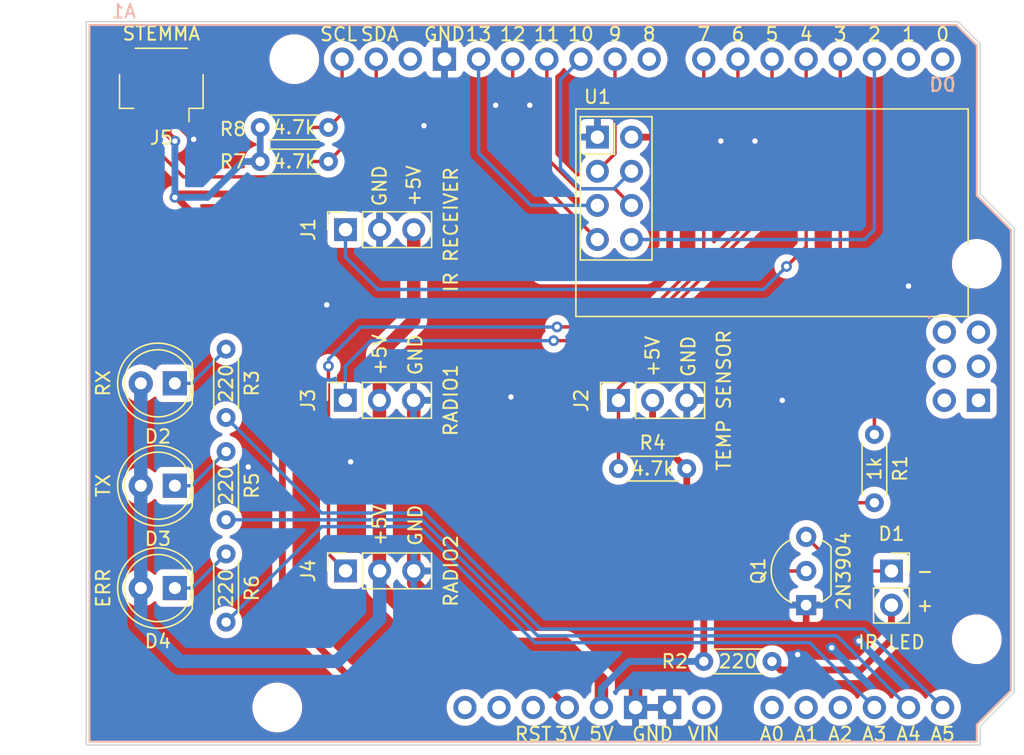
<source format=kicad_pcb>
(kicad_pcb (version 20221018) (generator pcbnew)
  (layers (0 "F.Cu" signal) (31 "B.Cu" signal) (34 "B.Paste" user) (35 "F.Paste" user) (36 "B.SilkS" user "B.Silkscreen") (37 "F.SilkS" user "F.Silkscreen") (38 "B.Mask" user) (39 "F.Mask" user) (44 "Edge.Cuts" user))
  (net 0 "")
  (net 1 "SCL")
  (net 2 "SDA")
  (net 4 "+3.3V")
  (net 5 "+5V")
  (net 6 "GND")
  (net 16 "IRQ")
  (net 17 "IR_OUT")
  (net 18 "IR_IN")
  (net 19 "T_1WR")
  (net 20 "R1_IO")
  (net 21 "R2_IO")
  (net 23 "CE")
  (net 24 "~{CS}")
  (net 25 "SDI")
  (net 26 "SDO")
  (net 27 "SCK")
  (net 29 "Net-(A1-PadA3)")
  (net 30 "Net-(A1-PadA4)")
  (net 31 "Net-(Q1-B)")
  (net 32 "Net-(D1-K)")
  (net 33 "Net-(A1-PadA5)")
  (net 38 "Net-(D2-K)")
  (net 39 "Net-(D3-K)")
  (net 40 "Net-(D4-K)")
  (net 41 "Net-(D1-A)")
  (footprint "Connector_JST:JST_SH_SM04B-SRSS-TB_1x04-1MP_P1.00mm_Horizontal" (layer "F.Cu") (at 70.11 34.895 180)
    (fp_text reference "J5" (at 0 -3.98) (layer "F.SilkS"))
    (fp_text value "STEMMA" (at 0.006 3.78) (layer "F.SilkS"))
    (fp_line (start -3.11 -1.785) (end -2.06 -1.785) (stroke (width 0.12)) (layer "F.SilkS"))
    (fp_line (start -3.11 0.715) (end -3.11 -1.785) (stroke (width 0.12)) (layer "F.SilkS"))
    (fp_line (start -2.06 -1.785) (end -2.06 -2.775) (stroke (width 0.12)) (layer "F.SilkS"))
    (fp_line (start -1.94 2.685) (end 1.94 2.685) (stroke (width 0.12)) (layer "F.SilkS"))
    (fp_line (start 3.11 -1.785) (end 2.06 -1.785) (stroke (width 0.12)) (layer "F.SilkS"))
    (fp_line (start 3.11 0.715) (end 3.11 -1.785) (stroke (width 0.12)) (layer "F.SilkS"))
    (pad "1" smd roundrect (at -1.5 -2 180) (size 0.6 1.55) (layers "F.Cu" "F.Paste" "F.Mask") (net 6 "GND"))
    (pad "2" smd roundrect (at -0.5 -2 180) (size 0.6 1.55) (layers "F.Cu" "F.Paste" "F.Mask") (net 4 "+3.3V"))
    (pad "3" smd roundrect (at 0.5 -2 180) (size 0.6 1.55) (layers "F.Cu" "F.Paste" "F.Mask") (net 2 "SDA"))
    (pad "4" smd roundrect (at 1.5 -2 180) (size 0.6 1.55) (layers "F.Cu" "F.Paste" "F.Mask") (net 1 "SCL"))
    (pad "MP" smd roundrect (at -2.8 1.875 180) (size 1.2 1.8) (layers "F.Cu" "F.Paste" "F.Mask") (roundrect_rratio 0.2083333333))
    (pad "MP" smd roundrect (at 2.8 1.875 180) (size 1.2 1.8) (layers "F.Cu" "F.Paste" "F.Mask") (roundrect_rratio 0.2083333333))
  )
  (footprint "Resistor_THT:R_Axial_DIN0204_L3.6mm_D1.6mm_P5.08mm_Horizontal" (layer "F.Cu") (at 123.19 60.96 -90)
    (fp_text reference "R1" (at 2.54 -1.92 90) (layer "F.SilkS"))
    (fp_text value "1k" (at 2.54 0 90) (layer "F.SilkS"))
    (fp_line (start 0.62 -0.92) (end 4.46 -0.92) (stroke (width 0.12)) (layer "F.SilkS"))
    (fp_line (start 0.62 0.92) (end 4.46 0.92) (stroke (width 0.12)) (layer "F.SilkS"))
    (pad "1" thru_hole circle (at 0 0 270) (size 1.4 1.4) (drill 0.7) (layers "*.Cu" "*.Mask") (net 17 "IR_OUT"))
    (pad "2" thru_hole oval (at 5.08 0 270) (size 1.4 1.4) (drill 0.7) (layers "*.Cu" "*.Mask") (net 31 "Net-(Q1-B)"))
  )
  (footprint "Resistor_THT:R_Axial_DIN0204_L3.6mm_D1.6mm_P5.08mm_Horizontal" (layer "F.Cu") (at 77.47 40.64)
    (fp_text reference "R7" (at -2.032 0) (layer "F.SilkS"))
    (fp_text value "4.7k" (at 2.54 0) (layer "F.SilkS"))
    (fp_line (start 0.62 -0.92) (end 4.46 -0.92) (stroke (width 0.12)) (layer "F.SilkS"))
    (fp_line (start 0.62 0.92) (end 4.46 0.92) (stroke (width 0.12)) (layer "F.SilkS"))
    (pad "1" thru_hole circle (at 0 0) (size 1.4 1.4) (drill 0.7) (layers "*.Cu" "*.Mask") (net 4 "+3.3V"))
    (pad "2" thru_hole oval (at 5.08 0) (size 1.4 1.4) (drill 0.7) (layers "*.Cu" "*.Mask") (net 2 "SDA"))
  )
  (footprint "Connector_PinSocket_2.54mm:PinSocket_1x03_P2.54mm_Vertical" (layer "F.Cu") (at 83.82 45.7125 90)
    (fp_text reference "J1" (at 0 -2.77 90) (layer "F.SilkS"))
    (fp_text value "IR RECEIVER" (at 0 7.85 90) (layer "F.SilkS"))
    (fp_line (start -1.33 1.27) (end -1.33 6.41) (stroke (width 0.12)) (layer "F.SilkS"))
    (fp_line (start -1.33 1.27) (end 1.33 1.27) (stroke (width 0.12)) (layer "F.SilkS"))
    (fp_line (start -1.33 6.41) (end 1.33 6.41) (stroke (width 0.12)) (layer "F.SilkS"))
    (fp_line (start 0 -1.33) (end 1.33 -1.33) (stroke (width 0.12)) (layer "F.SilkS"))
    (fp_line (start 1.33 -1.33) (end 1.33 0) (stroke (width 0.12)) (layer "F.SilkS"))
    (fp_line (start 1.33 1.27) (end 1.33 6.41) (stroke (width 0.12)) (layer "F.SilkS"))
    (pad "1" thru_hole rect (at 0 0 90) (size 1.7 1.7) (drill 1) (layers "*.Cu" "*.Mask") (net 18 "IR_IN"))
    (pad "2" thru_hole oval (at 0 2.54 90) (size 1.7 1.7) (drill 1) (layers "*.Cu" "*.Mask") (net 6 "GND"))
    (pad "3" thru_hole oval (at 0 5.08 90) (size 1.7 1.7) (drill 1) (layers "*.Cu" "*.Mask") (net 5 "+5V"))
  )
  (footprint "Resistor_THT:R_Axial_DIN0204_L3.6mm_D1.6mm_P5.08mm_Horizontal" (layer "F.Cu") (at 77.47 38.1)
    (fp_text reference "R8" (at -2.032 0.127) (layer "F.SilkS"))
    (fp_text value "4.7k" (at 2.54 0) (layer "F.SilkS"))
    (fp_line (start 0.62 -0.92) (end 4.46 -0.92) (stroke (width 0.12)) (layer "F.SilkS"))
    (fp_line (start 0.62 0.92) (end 4.46 0.92) (stroke (width 0.12)) (layer "F.SilkS"))
    (pad "1" thru_hole circle (at 0 0) (size 1.4 1.4) (drill 0.7) (layers "*.Cu" "*.Mask") (net 4 "+3.3V"))
    (pad "2" thru_hole oval (at 5.08 0) (size 1.4 1.4) (drill 0.7) (layers "*.Cu" "*.Mask") (net 1 "SCL"))
  )
  (footprint "Connector_PinSocket_2.54mm:PinSocket_1x03_P2.54mm_Vertical" (layer "F.Cu") (at 104.14 58.42 90)
    (fp_text reference "J2" (at 0 -2.77 90) (layer "F.SilkS"))
    (fp_text value "TEMP SENSOR" (at 0 7.85 90) (layer "F.SilkS"))
    (fp_line (start -1.33 1.27) (end -1.33 6.41) (stroke (width 0.12)) (layer "F.SilkS"))
    (fp_line (start -1.33 1.27) (end 1.33 1.27) (stroke (width 0.12)) (layer "F.SilkS"))
    (fp_line (start -1.33 6.41) (end 1.33 6.41) (stroke (width 0.12)) (layer "F.SilkS"))
    (fp_line (start 0 -1.33) (end 1.33 -1.33) (stroke (width 0.12)) (layer "F.SilkS"))
    (fp_line (start 1.33 -1.33) (end 1.33 0) (stroke (width 0.12)) (layer "F.SilkS"))
    (fp_line (start 1.33 1.27) (end 1.33 6.41) (stroke (width 0.12)) (layer "F.SilkS"))
    (pad "1" thru_hole rect (at 0 0 90) (size 1.7 1.7) (drill 1) (layers "*.Cu" "*.Mask") (net 19 "T_1WR"))
    (pad "2" thru_hole oval (at 0 2.54 90) (size 1.7 1.7) (drill 1) (layers "*.Cu" "*.Mask") (net 5 "+5V"))
    (pad "3" thru_hole oval (at 0 5.08 90) (size 1.7 1.7) (drill 1) (layers "*.Cu" "*.Mask") (net 6 "GND"))
  )
  (footprint "Package_TO_SOT_THT:TO-92_Inline_Wide" (layer "F.Cu") (at 118.11 73.66 90)
    (fp_text reference "Q1" (at 2.54 -3.56 90) (layer "F.SilkS"))
    (fp_text value "2N3904" (at 2.54 2.79 90) (layer "F.SilkS"))
    (fp_line (start 0.74 1.85) (end 4.34 1.85) (stroke (width 0.12)) (layer "F.SilkS"))
    (fp_arc (start 0.1836 -1.098807) (mid 1.143021 -2.192817) (end 2.54 -2.6) (stroke (width 0.12)) (layer "F.SilkS"))
    (fp_arc (start 0.74 1.85) (mid 0.446097 1.509328) (end 0.215816 1.122795) (stroke (width 0.12)) (layer "F.SilkS"))
    (fp_arc (start 2.54 -2.6) (mid 3.936979 -2.192818) (end 4.8964 -1.098807) (stroke (width 0.12)) (layer "F.SilkS"))
    (fp_arc (start 4.864184 1.122795) (mid 4.633903 1.509328) (end 4.34 1.85) (stroke (width 0.12)) (layer "F.SilkS"))
    (pad "1" thru_hole rect (at 0 0 90) (size 1.5 1.5) (drill 0.8) (layers "*.Cu" "*.Mask") (net 6 "GND"))
    (pad "2" thru_hole circle (at 2.54 0 90) (size 1.5 1.5) (drill 0.8) (layers "*.Cu" "*.Mask") (net 31 "Net-(Q1-B)"))
    (pad "3" thru_hole circle (at 5.08 0 90) (size 1.5 1.5) (drill 0.8) (layers "*.Cu" "*.Mask") (net 32 "Net-(D1-K)"))
  )
  (footprint "PCM_arduino-library:Arduino_Uno_R3_Shield" (layer "F.Cu") (at 64.77 83.82)
    (fp_text reference "A1" (at 2.54 -54.356) (layer "B.SilkS") (effects (justify mirror)))
    (fp_text value "Arduino_Uno_R3_Shield")
    (fp_text user "D0" (at 63.5 -48.895 unlocked) (layer "B.SilkS") (effects (justify mirror)))
    (fp_text user "." (at 62.484 -32.004) (layer "B.SilkS"))
    (fp_text user "D0" (at 63.5 -48.895 unlocked) (layer "F.SilkS"))
    (fp_text user "." (at 62.484 -32.004) (layer "F.SilkS"))
    (fp_line (start 0 -53.34) (end 0 0) (stroke (width 0.15)) (layer "B.SilkS"))
    (fp_line (start 0 -53.34) (end 64.516 -53.34) (stroke (width 0.15)) (layer "B.SilkS"))
    (fp_line (start 0 0) (end 66.04 0) (stroke (width 0.15)) (layer "B.SilkS"))
    (fp_line (start 64.516 -53.34) (end 66.04 -51.816) (stroke (width 0.15)) (layer "B.SilkS"))
    (fp_line (start 66.04 -40.64) (end 66.04 -51.816) (stroke (width 0.15)) (layer "B.SilkS"))
    (fp_line (start 66.04 -1.27) (end 68.58 -3.81) (stroke (width 0.15)) (layer "B.SilkS"))
    (fp_line (start 66.04 0) (end 66.04 -1.27) (stroke (width 0.15)) (layer "B.SilkS"))
    (fp_line (start 68.58 -38.1) (end 66.04 -40.64) (stroke (width 0.15)) (layer "B.SilkS"))
    (fp_line (start 68.58 -3.81) (end 68.58 -38.1) (stroke (width 0.15)) (layer "B.SilkS"))
    (pad "" np_thru_hole circle locked (at 13.97 -2.54) (size 3.2 3.2) (drill 3.2) (layers "*.Cu" "*.Mask"))
    (pad "" np_thru_hole circle locked (at 15.24 -50.8) (size 3.2 3.2) (drill 3.2) (layers "*.Cu" "*.Mask"))
    (pad "" thru_hole oval locked (at 27.94 -2.54) (size 1.7272 1.7272) (drill 1.016) (layers "*.Cu" "*.Mask"))
    (pad "" np_thru_hole circle locked (at 66.04 -35.56) (size 3.2 3.2) (drill 3.2) (layers "*.Cu" "*.Mask"))
    (pad "" np_thru_hole circle locked (at 66.04 -7.62) (size 3.2 3.2) (drill 3.2) (layers "*.Cu" "*.Mask"))
    (pad "3V3" thru_hole oval locked (at 35.56 -2.54) (size 1.7272 1.7272) (drill 1.016) (layers "*.Cu" "*.Mask") (net 4 "+3.3V"))
    (pad "5V1" thru_hole oval locked (at 38.1 -2.54) (size 1.7272 1.7272) (drill 1.016) (layers "*.Cu" "*.Mask") (net 5 "+5V"))
    (pad "5V2" thru_hole oval locked (at 66.167 -30.48) (size 1.7272 1.7272) (drill 1.016) (layers "*.Cu" "*.Mask"))
    (pad "A0" thru_hole oval locked (at 50.8 -2.54) (size 1.7272 1.7272) (drill 1.016) (layers "*.Cu" "*.Mask"))
    (pad "A1" thru_hole oval locked (at 53.34 -2.54) (size 1.7272 1.7272) (drill 1.016) (layers "*.Cu" "*.Mask"))
    (pad "A2" thru_hole oval locked (at 55.88 -2.54) (size 1.7272 1.7272) (drill 1.016) (layers "*.Cu" "*.Mask"))
    (pad "A3" thru_hole oval locked (at 58.42 -2.54) (size 1.7272 1.7272) (drill 1.016) (layers "*.Cu" "*.Mask") (net 29 "Net-(A1-PadA3)"))
    (pad "A4" thru_hole oval locked (at 60.96 -2.54) (size 1.7272 1.7272) (drill 1.016) (layers "*.Cu" "*.Mask") (net 30 "Net-(A1-PadA4)"))
    (pad "A5" thru_hole oval locked (at 63.5 -2.54) (size 1.7272 1.7272) (drill 1.016) (layers "*.Cu" "*.Mask") (net 33 "Net-(A1-PadA5)"))
    (pad "AREF" thru_hole oval locked (at 23.876 -50.8) (size 1.7272 1.7272) (drill 1.016) (layers "*.Cu" "*.Mask"))
    (pad "D0" thru_hole oval locked (at 63.5 -50.8) (size 1.7272 1.7272) (drill 1.016) (layers "*.Cu" "*.Mask"))
    (pad "D1" thru_hole oval locked (at 60.96 -50.8) (size 1.7272 1.7272) (drill 1.016) (layers "*.Cu" "*.Mask"))
    (pad "D2" thru_hole oval locked (at 58.42 -50.8) (size 1.7272 1.7272) (drill 1.016) (layers "*.Cu" "*.Mask") (net 16 "IRQ"))
    (pad "D3" thru_hole oval locked (at 55.88 -50.8) (size 1.7272 1.7272) (drill 1.016) (layers "*.Cu" "*.Mask") (net 17 "IR_OUT"))
    (pad "D4" thru_hole oval locked (at 53.34 -50.8) (size 1.7272 1.7272) (drill 1.016) (layers "*.Cu" "*.Mask") (net 18 "IR_IN"))
    (pad "D5" thru_hole oval locked (at 50.8 -50.8) (size 1.7272 1.7272) (drill 1.016) (layers "*.Cu" "*.Mask") (net 19 "T_1WR"))
    (pad "D6" thru_hole oval locked (at 48.26 -50.8) (size 1.7272 1.7272) (drill 1.016) (layers "*.Cu" "*.Mask") (net 20 "R1_IO"))
    (pad "D7" thru_hole oval locked (at 45.72 -50.8) (size 1.7272 1.7272) (drill 1.016) (layers "*.Cu" "*.Mask") (net 21 "R2_IO"))
    (pad "D8" thru_hole oval locked (at 41.656 -50.8) (size 1.7272 1.7272) (drill 1.016) (layers "*.Cu" "*.Mask"))
    (pad "D9" thru_hole oval locked (at 39.116 -50.8) (size 1.7272 1.7272) (drill 1.016) (layers "*.Cu" "*.Mask") (net 23 "CE"))
    (pad "D10" thru_hole oval locked (at 36.576 -50.8) (size 1.7272 1.7272) (drill 1.016) (layers "*.Cu" "*.Mask") (net 24 "~{CS}"))
    (pad "D11" thru_hole oval locked (at 34.036 -50.8) (size 1.7272 1.7272) (drill 1.016) (layers "*.Cu" "*.Mask") (net 25 "SDI"))
    (pad "D12" thru_hole oval locked (at 31.496 -50.8) (size 1.7272 1.7272) (drill 1.016) (layers "*.Cu" "*.Mask") (net 26 "SDO"))
    (pad "D13" thru_hole oval locked (at 28.956 -50.8) (size 1.7272 1.7272) (drill 1.016) (layers "*.Cu" "*.Mask") (net 27 "SCK"))
    (pad "GND1" thru_hole rect locked (at 26.416 -50.8) (size 1.7272 1.7272) (drill 1.016) (layers "*.Cu" "*.Mask") (net 6 "GND"))
    (pad "GND2" thru_hole rect locked (at 40.64 -2.54) (size 1.7272 1.7272) (drill 1.016) (layers "*.Cu" "*.Mask") (net 6 "GND"))
    (pad "GND3" thru_hole rect locked (at 43.18 -2.54) (size 1.7272 1.7272) (drill 1.016) (layers "*.Cu" "*.Mask") (net 6 "GND"))
    (pad "GND4" thru_hole rect locked (at 66.167 -25.4) (size 1.7272 1.7272) (drill 1.016) (layers "*.Cu" "*.Mask"))
    (pad "IORF" thru_hole oval locked (at 30.48 -2.54) (size 1.7272 1.7272) (drill 1.016) (layers "*.Cu" "*.Mask"))
    (pad "MISO" thru_hole oval locked (at 63.627 -30.48) (size 1.7272 1.7272) (drill 1.016) (layers "*.Cu" "*.Mask"))
    (pad "MOSI" thru_hole oval locked (at 66.167 -27.94) (size 1.7272 1.7272) (drill 1.016) (layers "*.Cu" "*.Mask"))
    (pad "RST1" thru_hole oval locked (at 33.02 -2.54) (size 1.7272 1.7272) (drill 1.016) (layers "*.Cu" "*.Mask"))
    (pad "RST2" thru_hole oval locked (at 63.627 -25.4) (size 1.7272 1.7272) (drill 1.016) (layers "*.Cu" "*.Mask"))
    (pad "SCK" thru_hole oval locked (at 63.627 -27.94) (size 1.7272 1.7272) (drill 1.016) (layers "*.Cu" "*.Mask"))
    (pad "SCL" thru_hole oval locked (at 18.796 -50.8) (size 1.7272 1.7272) (drill 1.016) (layers "*.Cu" "*.Mask") (net 1 "SCL"))
    (pad "SDA" thru_hole oval locked (at 21.336 -50.8) (size 1.7272 1.7272) (drill 1.016) (layers "*.Cu" "*.Mask") (net 2 "SDA"))
    (pad "VIN" thru_hole oval locked (at 45.72 -2.54) (size 1.7272 1.7272) (drill 1.016) (layers "*.Cu" "*.Mask"))
  )
  (footprint "Resistor_THT:R_Axial_DIN0204_L3.6mm_D1.6mm_P5.08mm_Horizontal" (layer "F.Cu") (at 74.93 54.61 -90)
    (fp_text reference "R3" (at 2.54 -1.92 90) (layer "F.SilkS"))
    (fp_text value "220" (at 2.54 0 90) (layer "F.SilkS"))
    (fp_line (start 0.62 -0.92) (end 4.46 -0.92) (stroke (width 0.12)) (layer "F.SilkS"))
    (fp_line (start 0.62 0.92) (end 4.46 0.92) (stroke (width 0.12)) (layer "F.SilkS"))
    (pad "1" thru_hole circle (at 0 0 270) (size 1.4 1.4) (drill 0.7) (layers "*.Cu" "*.Mask") (net 38 "Net-(D2-K)"))
    (pad "2" thru_hole oval (at 5.08 0 270) (size 1.4 1.4) (drill 0.7) (layers "*.Cu" "*.Mask") (net 33 "Net-(A1-PadA5)"))
  )
  (footprint "Resistor_THT:R_Axial_DIN0204_L3.6mm_D1.6mm_P5.08mm_Horizontal" (layer "F.Cu") (at 74.93 62.23 -90)
    (fp_text reference "R5" (at 2.54 -1.92 90) (layer "F.SilkS"))
    (fp_text value "220" (at 2.54 0 90) (layer "F.SilkS"))
    (fp_line (start 0.62 -0.92) (end 4.46 -0.92) (stroke (width 0.12)) (layer "F.SilkS"))
    (fp_line (start 0.62 0.92) (end 4.46 0.92) (stroke (width 0.12)) (layer "F.SilkS"))
    (pad "1" thru_hole circle (at 0 0 270) (size 1.4 1.4) (drill 0.7) (layers "*.Cu" "*.Mask") (net 39 "Net-(D3-K)"))
    (pad "2" thru_hole oval (at 5.08 0 270) (size 1.4 1.4) (drill 0.7) (layers "*.Cu" "*.Mask") (net 30 "Net-(A1-PadA4)"))
  )
  (footprint "Connector_PinSocket_2.54mm:PinSocket_1x03_P2.54mm_Vertical" (layer "F.Cu") (at 83.82 71.1125 90)
    (fp_text reference "J4" (at 0 -2.77 90) (layer "F.SilkS"))
    (fp_text value "RADIO2" (at 0 7.85 90) (layer "F.SilkS"))
    (fp_line (start -1.33 1.27) (end -1.33 6.41) (stroke (width 0.12)) (layer "F.SilkS"))
    (fp_line (start -1.33 1.27) (end 1.33 1.27) (stroke (width 0.12)) (layer "F.SilkS"))
    (fp_line (start -1.33 6.41) (end 1.33 6.41) (stroke (width 0.12)) (layer "F.SilkS"))
    (fp_line (start 0 -1.33) (end 1.33 -1.33) (stroke (width 0.12)) (layer "F.SilkS"))
    (fp_line (start 1.33 -1.33) (end 1.33 0) (stroke (width 0.12)) (layer "F.SilkS"))
    (fp_line (start 1.33 1.27) (end 1.33 6.41) (stroke (width 0.12)) (layer "F.SilkS"))
    (pad "1" thru_hole rect (at 0 0 90) (size 1.7 1.7) (drill 1) (layers "*.Cu" "*.Mask") (net 21 "R2_IO"))
    (pad "2" thru_hole oval (at 0 2.54 90) (size 1.7 1.7) (drill 1) (layers "*.Cu" "*.Mask") (net 5 "+5V"))
    (pad "3" thru_hole oval (at 0 5.08 90) (size 1.7 1.7) (drill 1) (layers "*.Cu" "*.Mask") (net 6 "GND"))
  )
  (footprint "LED_THT:LED_D5.0mm" (layer "F.Cu") (at 71.12 72.39 180)
    (fp_text reference "D4" (at 1.27 -3.96) (layer "F.SilkS"))
    (fp_text value "ERR" (at 5.334 0 90 unlocked) (layer "F.SilkS"))
    (fp_line (start -1.29 -1.545) (end -1.29 1.545) (stroke (width 0.12)) (layer "F.SilkS"))
    (fp_arc (start -1.29 -1.54483) (mid 2.072002 -2.880433) (end 4.26 0.000462) (stroke (width 0.12)) (layer "F.SilkS"))
    (fp_arc (start 4.26 -0.000462) (mid 2.072002 2.880433) (end -1.29 1.54483) (stroke (width 0.12)) (layer "F.SilkS"))
    (fp_circle (center 1.27 0) (end 3.77 0) (stroke (width 0.12)) (fill none) (layer "F.SilkS"))
    (pad "1" thru_hole rect (at 0 0 180) (size 1.8 1.8) (drill 0.9) (layers "*.Cu" "*.Mask") (net 40 "Net-(D4-K)"))
    (pad "2" thru_hole circle (at 2.54 0 180) (size 1.8 1.8) (drill 0.9) (layers "*.Cu" "*.Mask") (net 5 "+5V"))
  )
  (footprint "Connector_PinSocket_2.54mm:PinSocket_1x02_P2.54mm_Vertical" (layer "F.Cu") (at 124.46 71.12)
    (fp_text reference "D1" (at 0 -2.77) (layer "F.SilkS"))
    (fp_text value "IR LED" (at 0 5.31) (layer "F.SilkS"))
    (fp_line (start -1.33 1.27) (end -1.33 3.87) (stroke (width 0.12)) (layer "F.SilkS"))
    (fp_line (start -1.33 1.27) (end 1.33 1.27) (stroke (width 0.12)) (layer "F.SilkS"))
    (fp_line (start -1.33 3.87) (end 1.33 3.87) (stroke (width 0.12)) (layer "F.SilkS"))
    (fp_line (start 0 -1.33) (end 1.33 -1.33) (stroke (width 0.12)) (layer "F.SilkS"))
    (fp_line (start 1.33 -1.33) (end 1.33 0) (stroke (width 0.12)) (layer "F.SilkS"))
    (fp_line (start 1.33 1.27) (end 1.33 3.87) (stroke (width 0.12)) (layer "F.SilkS"))
    (pad "1" thru_hole rect (at 0 0) (size 1.7 1.7) (drill 1) (layers "*.Cu" "*.Mask") (net 32 "Net-(D1-K)"))
    (pad "2" thru_hole oval (at 0 2.54) (size 1.7 1.7) (drill 1) (layers "*.Cu" "*.Mask") (net 41 "Net-(D1-A)"))
  )
  (footprint "Resistor_THT:R_Axial_DIN0204_L3.6mm_D1.6mm_P5.08mm_Horizontal" (layer "F.Cu") (at 110.49 77.851)
    (fp_text reference "R2" (at -2.159 0) (layer "F.SilkS"))
    (fp_text value "220" (at 2.54 0) (layer "F.SilkS"))
    (fp_line (start 0.62 -0.92) (end 4.46 -0.92) (stroke (width 0.12)) (layer "F.SilkS"))
    (fp_line (start 0.62 0.92) (end 4.46 0.92) (stroke (width 0.12)) (layer "F.SilkS"))
    (pad "1" thru_hole circle (at 0 0) (size 1.4 1.4) (drill 0.7) (layers "*.Cu" "*.Mask") (net 5 "+5V"))
    (pad "2" thru_hole oval (at 5.08 0) (size 1.4 1.4) (drill 0.7) (layers "*.Cu" "*.Mask") (net 41 "Net-(D1-A)"))
  )
  (footprint "Resistor_THT:R_Axial_DIN0204_L3.6mm_D1.6mm_P5.08mm_Horizontal" (layer "F.Cu") (at 74.93 69.85 -90)
    (fp_text reference "R6" (at 2.54 -1.92 90) (layer "F.SilkS"))
    (fp_text value "220" (at 2.54 0 90) (layer "F.SilkS"))
    (fp_line (start 0.62 -0.92) (end 4.46 -0.92) (stroke (width 0.12)) (layer "F.SilkS"))
    (fp_line (start 0.62 0.92) (end 4.46 0.92) (stroke (width 0.12)) (layer "F.SilkS"))
    (pad "1" thru_hole circle (at 0 0 270) (size 1.4 1.4) (drill 0.7) (layers "*.Cu" "*.Mask") (net 40 "Net-(D4-K)"))
    (pad "2" thru_hole oval (at 5.08 0 270) (size 1.4 1.4) (drill 0.7) (layers "*.Cu" "*.Mask") (net 29 "Net-(A1-PadA3)"))
  )
  (footprint "LED_THT:LED_D5.0mm" (layer "F.Cu") (at 71.12 57.15 180)
    (fp_text reference "D2" (at 1.27 -3.96) (layer "F.SilkS"))
    (fp_text value "RX" (at 5.334 0 90 unlocked) (layer "F.SilkS"))
    (fp_line (start -1.29 -1.545) (end -1.29 1.545) (stroke (width 0.12)) (layer "F.SilkS"))
    (fp_arc (start -1.29 -1.54483) (mid 2.072002 -2.880433) (end 4.26 0.000462) (stroke (width 0.12)) (layer "F.SilkS"))
    (fp_arc (start 4.26 -0.000462) (mid 2.072002 2.880433) (end -1.29 1.54483) (stroke (width 0.12)) (layer "F.SilkS"))
    (fp_circle (center 1.27 0) (end 3.77 0) (stroke (width 0.12)) (fill none) (layer "F.SilkS"))
    (pad "1" thru_hole rect (at 0 0 180) (size 1.8 1.8) (drill 0.9) (layers "*.Cu" "*.Mask") (net 38 "Net-(D2-K)"))
    (pad "2" thru_hole circle (at 2.54 0 180) (size 1.8 1.8) (drill 0.9) (layers "*.Cu" "*.Mask") (net 5 "+5V"))
  )
  (footprint "Connector_PinSocket_2.54mm:PinSocket_1x03_P2.54mm_Vertical" (layer "F.Cu") (at 83.805 58.4125 90)
    (fp_text reference "J3" (at 0 -2.77 90) (layer "F.SilkS"))
    (fp_text value "RADIO1" (at 0 7.85 90) (layer "F.SilkS"))
    (fp_line (start -1.33 1.27) (end -1.33 6.41) (stroke (width 0.12)) (layer "F.SilkS"))
    (fp_line (start -1.33 1.27) (end 1.33 1.27) (stroke (width 0.12)) (layer "F.SilkS"))
    (fp_line (start -1.33 6.41) (end 1.33 6.41) (stroke (width 0.12)) (layer "F.SilkS"))
    (fp_line (start 0 -1.33) (end 1.33 -1.33) (stroke (width 0.12)) (layer "F.SilkS"))
    (fp_line (start 1.33 -1.33) (end 1.33 0) (stroke (width 0.12)) (layer "F.SilkS"))
    (fp_line (start 1.33 1.27) (end 1.33 6.41) (stroke (width 0.12)) (layer "F.SilkS"))
    (pad "1" thru_hole rect (at 0 0 90) (size 1.7 1.7) (drill 1) (layers "*.Cu" "*.Mask") (net 20 "R1_IO"))
    (pad "2" thru_hole oval (at 0 2.54 90) (size 1.7 1.7) (drill 1) (layers "*.Cu" "*.Mask") (net 5 "+5V"))
    (pad "3" thru_hole oval (at 0 5.08 90) (size 1.7 1.7) (drill 1) (layers "*.Cu" "*.Mask") (net 6 "GND"))
  )
  (footprint "LED_THT:LED_D5.0mm" (layer "F.Cu") (at 71.12 64.77 180)
    (fp_text reference "D3" (at 1.27 -3.96) (layer "F.SilkS"))
    (fp_text value "TX" (at 5.334 0 90 unlocked) (layer "F.SilkS"))
    (fp_line (start -1.29 -1.545) (end -1.29 1.545) (stroke (width 0.12)) (layer "F.SilkS"))
    (fp_arc (start -1.29 -1.54483) (mid 2.072002 -2.880433) (end 4.26 0.000462) (stroke (width 0.12)) (layer "F.SilkS"))
    (fp_arc (start 4.26 -0.000462) (mid 2.072002 2.880433) (end -1.29 1.54483) (stroke (width 0.12)) (layer "F.SilkS"))
    (fp_circle (center 1.27 0) (end 3.77 0) (stroke (width 0.12)) (fill none) (layer "F.SilkS"))
    (pad "1" thru_hole rect (at 0 0 180) (size 1.8 1.8) (drill 0.9) (layers "*.Cu" "*.Mask") (net 39 "Net-(D3-K)"))
    (pad "2" thru_hole circle (at 2.54 0 180) (size 1.8 1.8) (drill 0.9) (layers "*.Cu" "*.Mask") (net 5 "+5V"))
  )
  (footprint "RF_Module:nRF24L01_Breakout" (layer "F.Cu") (at 102.57 38.825)
    (fp_text reference "U1" (at 0 -3) (layer "F.SilkS"))
    (fp_text value "NRF24L01_Breakout")
    (fp_line (start -1.6 -2.1) (end -1.6 -2.1) (stroke (width 0.12)) (layer "F.SilkS"))
    (fp_line (start -1.6 -2.1) (end 27.6 -2.1) (stroke (width 0.12)) (layer "F.SilkS"))
    (fp_line (start -1.6 13.35) (end -1.6 -2.1) (stroke (width 0.12)) (layer "F.SilkS"))
    (fp_line (start -1.27 -1.524) (end -1.27 -1.524) (stroke (width 0.12)) (layer "F.SilkS"))
    (fp_line (start -1.27 -1.524) (end 4.064 -1.524) (stroke (width 0.12)) (layer "F.SilkS"))
    (fp_line (start -1.27 9.144) (end -1.27 -1.524) (stroke (width 0.12)) (layer "F.SilkS"))
    (fp_line (start -1.27 9.144) (end -1.27 9.144) (stroke (width 0.12)) (layer "F.SilkS"))
    (fp_line (start -1.016 1.27) (end -1.016 1.27) (stroke (width 0.12)) (layer "F.SilkS"))
    (fp_line (start 1.27 -1.016) (end 1.27 1.27) (stroke (width 0.12)) (layer "F.SilkS"))
    (fp_line (start 1.27 1.27) (end -1.016 1.27) (stroke (width 0.12)) (layer "F.SilkS"))
    (fp_line (start 4.064 -1.524) (end 4.064 9.144) (stroke (width 0.12)) (layer "F.SilkS"))
    (fp_line (start 4.064 9.144) (end -1.27 9.144) (stroke (width 0.12)) (layer "F.SilkS"))
    (fp_line (start 27.6 -2.1) (end 27.6 13.35) (stroke (width 0.12)) (layer "F.SilkS"))
    (fp_line (start 27.6 13.35) (end -1.6 13.35) (stroke (width 0.12)) (layer "F.SilkS"))
    (pad "1" thru_hole rect (at 0 0) (size 1.7 1.7) (drill 1) (layers "*.Cu" "*.Mask") (net 6 "GND"))
    (pad "2" thru_hole circle (at 2.54 0) (size 1.7 1.7) (drill 1) (layers "*.Cu" "*.Mask") (net 4 "+3.3V"))
    (pad "3" thru_hole circle (at 0 2.54) (size 1.7 1.7) (drill 1) (layers "*.Cu" "*.Mask") (net 23 "CE"))
    (pad "4" thru_hole circle (at 2.54 2.54) (size 1.7 1.7) (drill 1) (layers "*.Cu" "*.Mask") (net 24 "~{CS}"))
    (pad "5" thru_hole circle (at 0 5.08) (size 1.7 1.7) (drill 1) (layers "*.Cu" "*.Mask") (net 27 "SCK"))
    (pad "6" thru_hole circle (at 2.54 5.08) (size 1.7 1.7) (drill 1) (layers "*.Cu" "*.Mask") (net 25 "SDI"))
    (pad "7" thru_hole circle (at 0 7.62) (size 1.7 1.7) (drill 1) (layers "*.Cu" "*.Mask") (net 26 "SDO"))
    (pad "8" thru_hole circle (at 2.54 7.62) (size 1.7 1.7) (drill 1) (layers "*.Cu" "*.Mask") (net 16 "IRQ"))
  )
  (footprint "Resistor_THT:R_Axial_DIN0204_L3.6mm_D1.6mm_P5.08mm_Horizontal" (layer "F.Cu") (at 104.14 63.5)
    (fp_text reference "R4" (at 2.54 -1.92) (layer "F.SilkS"))
    (fp_text value "4.7k" (at 2.54 0) (layer "F.SilkS"))
    (fp_line (start 0.62 -0.92) (end 4.46 -0.92) (stroke (width 0.12)) (layer "F.SilkS"))
    (fp_line (start 0.62 0.92) (end 4.46 0.92) (stroke (width 0.12)) (layer "F.SilkS"))
    (pad "1" thru_hole circle (at 0 0) (size 1.4 1.4) (drill 0.7) (layers "*.Cu" "*.Mask") (net 19 "T_1WR"))
    (pad "2" thru_hole oval (at 5.08 0) (size 1.4 1.4) (drill 0.7) (layers "*.Cu" "*.Mask") (net 5 "+5V"))
  )
  (gr_poly (pts (xy 64.516 30.226) (xy 129.413 30.226) (xy 131.064 31.877) (xy 131.064 43.053) (xy 133.604 45.593) (xy 133.604 80.137) (xy 131.064 82.677) (xy 131.064 84.074) (xy 64.516 84.074)) (stroke (width 0.1)) (fill none) (layer "Edge.Cuts"))
  (gr_text "2" (at 123.19 31.75) (layer "F.SilkS") (effects (font (size 1 1)) (justify bottom)))
  (gr_text "GND" (at 106.68 82.677) (layer "F.SilkS") (effects (font (size 1 1)) (justify top)))
  (gr_text "0" (at 128.27 31.75) (layer "F.SilkS") (effects (font (size 1 1)) (justify bottom)))
  (gr_text "GND" (at 91.186 31.75) (layer "F.SilkS") (effects (font (size 1 1)) (justify bottom)))
  (gr_text "A1" (at 118.11 82.677) (layer "F.SilkS") (effects (font (size 1 1)) (justify top)))
  (gr_text "7" (at 110.49 31.75) (layer "F.SilkS") (effects (font (size 1 1)) (justify bottom)))
  (gr_text "GND" (at 89.027 69.342 90) (layer "F.SilkS") (effects (font (size 1 1)) (justify left)))
  (gr_text "1" (at 125.73 31.75) (layer "F.SilkS") (effects (font (size 1 1)) (justify bottom)))
  (gr_text "10" (at 101.346 31.75) (layer "F.SilkS") (effects (font (size 1 1)) (justify bottom)))
  (gr_text "A3" (at 123.19 82.677) (layer "F.SilkS") (effects (font (size 1 1)) (justify top)))
  (gr_text "+5V" (at 88.9 44.069 90) (layer "F.SilkS") (effects (font (size 1 1)) (justify left)))
  (gr_text "5V" (at 102.87 82.677) (layer "F.SilkS") (effects (font (size 1 1)) (justify top)))
  (gr_text "-" (at 126.238 71.12) (layer "F.SilkS") (effects (font (size 1 1)) (justify left)))
  (gr_text "3" (at 120.65 31.75) (layer "F.SilkS") (effects (font (size 1 1)) (justify bottom)))
  (gr_text "+5V" (at 106.68 56.769 90) (layer "F.SilkS") (effects (font (size 1 1)) (justify left)))
  (gr_text "VIN" (at 110.49 82.677) (layer "F.SilkS") (effects (font (size 1 1)) (justify top)))
  (gr_text "3V" (at 100.33 82.677) (layer "F.SilkS") (effects (font (size 1 1)) (justify top)))
  (gr_text "GND" (at 109.347 56.769 90) (layer "F.SilkS") (effects (font (size 1 1)) (justify left)))
  (gr_text "9" (at 103.886 31.75) (layer "F.SilkS") (effects (font (size 1 1)) (justify bottom)))
  (gr_text "6" (at 113.03 31.75) (layer "F.SilkS") (effects (font (size 1 1)) (justify bottom)))
  (gr_text "+5V" (at 86.36 56.642 90) (layer "F.SilkS") (effects (font (size 1 1)) (justify left)))
  (gr_text "5" (at 115.57 31.75) (layer "F.SilkS") (effects (font (size 1 1)) (justify bottom)))
  (gr_text "SCL" (at 83.312 31.75) (layer "F.SilkS") (effects (font (size 1 1)) (justify bottom)))
  (gr_text "+5V" (at 86.36 69.342 90) (layer "F.SilkS") (effects (font (size 1 1)) (justify left)))
  (gr_text "12" (at 96.266 31.75) (layer "F.SilkS") (effects (font (size 1 1)) (justify bottom)))
  (gr_text "+" (at 126.238 73.66) (layer "F.SilkS") (effects (font (size 1 1)) (justify left)))
  (gr_text "8" (at 106.426 31.75) (layer "F.SilkS") (effects (font (size 1 1)) (justify bottom)))
  (gr_text "A0" (at 115.57 82.677) (layer "F.SilkS") (effects (font (size 1 1)) (justify top)))
  (gr_text "A5" (at 128.27 82.677) (layer "F.SilkS") (effects (font (size 1 1)) (justify top)))
  (gr_text "GND" (at 89.027 56.642 90) (layer "F.SilkS") (effects (font (size 1 1)) (justify left)))
  (gr_text "SDA" (at 86.36 31.75) (layer "F.SilkS") (effects (font (size 1 1)) (justify bottom)))
  (gr_text "RST" (at 97.79 82.677) (layer "F.SilkS") (effects (font (size 1 1)) (justify top)))
  (gr_text "A2" (at 120.65 82.677) (layer "F.SilkS") (effects (font (size 1 1)) (justify top)))
  (gr_text "4" (at 118.11 31.75) (layer "F.SilkS") (effects (font (size 1 1)) (justify bottom)))
  (gr_text "13" (at 93.726 31.75) (layer "F.SilkS") (effects (font (size 1 1)) (justify bottom)))
  (gr_text "11" (at 98.806 31.75) (layer "F.SilkS") (effects (font (size 1 1)) (justify bottom)))
  (gr_text "GND" (at 86.36 44.069 90) (layer "F.SilkS") (effects (font (size 1 1)) (justify left)))
  (gr_text "A4" (at 125.73 82.677) (layer "F.SilkS") (effects (font (size 1 1)) (justify top)))
  (segment (start 83.566 33.02) (end 83.566 37.084) (width 0.254) (layer "F.Cu") (net 1))
  (segment (start 83.566 37.084) (end 82.55 38.1) (width 0.254) (layer "F.Cu") (net 1))
  (segment (start 68.61 36.895) (end 68.61 40.102) (width 0.254) (layer "F.Cu") (net 1))
  (segment (start 75.184 32.258) (end 75.184 34.925) (width 0.254) (layer "F.Cu") (net 1))
  (segment (start 76.962 36.703) (end 79.0575 36.703) (width 0.254) (layer "F.Cu") (net 1))
  (segment (start 79.0575 36.703) (end 80.4545 38.1) (width 0.254) (layer "F.Cu") (net 1))
  (segment (start 65.532 40.132) (end 65.532 32.385) (width 0.254) (layer "F.Cu") (net 1))
  (segment (start 74.041 31.115) (end 75.184 32.258) (width 0.254) (layer "F.Cu") (net 1))
  (segment (start 80.4545 38.1) (end 82.55 38.1) (width 0.254) (layer "F.Cu") (net 1))
  (segment (start 67.945 40.767) (end 66.167 40.767) (width 0.254) (layer "F.Cu") (net 1))
  (segment (start 68.61 40.102) (end 67.945 40.767) (width 0.254) (layer "F.Cu") (net 1))
  (segment (start 75.184 34.925) (end 76.962 36.703) (width 0.254) (layer "F.Cu") (net 1))
  (segment (start 66.802 31.115) (end 74.041 31.115) (width 0.254) (layer "F.Cu") (net 1))
  (segment (start 65.532 32.385) (end 66.802 31.115) (width 0.254) (layer "F.Cu") (net 1))
  (segment (start 66.167 40.767) (end 65.532 40.132) (width 0.254) (layer "F.Cu") (net 1))
  (segment (start 86.106 37.084) (end 82.55 40.64) (width 0.254) (layer "F.Cu") (net 2))
  (segment (start 69.61 36.895) (end 69.61 39.638) (width 0.254) (layer "F.Cu") (net 2))
  (segment (start 86.106 33.02) (end 86.106 37.084) (width 0.254) (layer "F.Cu") (net 2))
  (segment (start 81.28 40.64) (end 82.55 40.64) (width 0.254) (layer "F.Cu") (net 2))
  (segment (start 69.61 39.638) (end 71.755 41.783) (width 0.254) (layer "F.Cu") (net 2))
  (segment (start 71.755 41.783) (end 80.137 41.783) (width 0.254) (layer "F.Cu") (net 2))
  (segment (start 80.137 41.783) (end 81.28 40.64) (width 0.254) (layer "F.Cu") (net 2))
  (segment (start 106.172 49.022) (end 98.425 49.022) (width 0.508) (layer "F.Cu") (net 4))
  (segment (start 83.947 78.867) (end 97.917 78.867) (width 0.508) (layer "F.Cu") (net 4))
  (segment (start 107.95 47.244) (end 106.172 49.022) (width 0.508) (layer "F.Cu") (net 4))
  (segment (start 105.11 38.825) (end 106.516 38.825) (width 0.508) (layer "F.Cu") (net 4))
  (segment (start 70.61 38.606) (end 71.12 39.116) (width 0.508) (layer "F.Cu") (net 4))
  (segment (start 79.121 51.181) (end 79.121 74.041) (width 0.508) (layer "F.Cu") (net 4))
  (segment (start 106.516 38.825) (end 107.95 40.259) (width 0.508) (layer "F.Cu") (net 4))
  (segment (start 107.95 40.259) (end 107.95 47.244) (width 0.508) (layer "F.Cu") (net 4))
  (segment (start 71.374 43.053) (end 71.12 43.307) (width 0.508) (layer "F.Cu") (net 4))
  (segment (start 71.12 43.307) (end 71.247 43.307) (width 0.508) (layer "F.Cu") (net 4))
  (segment (start 79.121 74.041) (end 83.947 78.867) (width 0.508) (layer "F.Cu") (net 4))
  (segment (start 70.61 36.895) (end 70.61 38.606) (width 0.508) (layer "F.Cu") (net 4))
  (segment (start 71.247 43.307) (end 79.121 51.181) (width 0.508) (layer "F.Cu") (net 4))
  (segment (start 97.917 78.867) (end 100.33 81.28) (width 0.508) (layer "F.Cu") (net 4))
  (segment (start 98.425 49.022) (end 92.456 43.053) (width 0.508) (layer "F.Cu") (net 4))
  (segment (start 92.456 43.053) (end 71.374 43.053) (width 0.508) (layer "F.Cu") (net 4))
  (via (at 71.12 39.116) (size 0.8) (drill 0.4) (layers "F.Cu" "B.Cu") (net 4))
  (via (at 71.12 43.307) (size 0.8) (drill 0.4) (layers "F.Cu" "B.Cu") (net 4))
  (segment (start 71.12 39.116) (end 71.12 43.307) (width 0.508) (layer "B.Cu") (net 4))
  (segment (start 71.12 43.307) (end 73.533 43.307) (width 0.508) (layer "B.Cu") (net 4))
  (segment (start 77.47 40.64) (end 77.47 38.1) (width 0.508) (layer "B.Cu") (net 4))
  (segment (start 73.533 43.307) (end 76.2 40.64) (width 0.508) (layer "B.Cu") (net 4))
  (segment (start 76.2 40.64) (end 77.47 40.64) (width 0.508) (layer "B.Cu") (net 4))
  (segment (start 106.68 58.42) (end 106.68 60.96) (width 0.508) (layer "F.Cu") (net 5))
  (segment (start 86.36 71.1125) (end 86.36 72.263) (width 1) (layer "F.Cu") (net 5))
  (segment (start 86.345 71.0975) (end 86.36 71.1125) (width 1) (layer "F.Cu") (net 5))
  (segment (start 100.203 76.581) (end 102.87 79.248) (width 1) (layer "F.Cu") (net 5))
  (segment (start 109.22 66.04) (end 109.22 63.5) (width 0.508) (layer "F.Cu") (net 5))
  (segment (start 86.345 54.9985) (end 86.345 58.4125) (width 1) (layer "F.Cu") (net 5))
  (segment (start 88.9 52.4435) (end 86.345 54.9985) (width 1) (layer "F.Cu") (net 5))
  (segment (start 102.87 79.248) (end 102.87 81.28) (width 1) (layer "F.Cu") (net 5))
  (segment (start 86.36 72.263) (end 90.678 76.581) (width 1) (layer "F.Cu") (net 5))
  (segment (start 110.49 77.851) (end 110.49 67.31) (width 0.508) (layer "F.Cu") (net 5))
  (segment (start 90.678 76.581) (end 100.203 76.581) (width 1) (layer "F.Cu") (net 5))
  (segment (start 106.68 60.96) (end 109.22 63.5) (width 0.508) (layer "F.Cu") (net 5))
  (segment (start 86.345 58.4125) (end 86.345 71.0975) (width 1) (layer "F.Cu") (net 5))
  (segment (start 88.9 45.7125) (end 88.9 52.4435) (width 1) (layer "F.Cu") (net 5))
  (segment (start 110.49 67.31) (end 109.22 66.04) (width 0.508) (layer "F.Cu") (net 5))
  (segment (start 71.498208 77.851) (end 83.185 77.851) (width 1) (layer "B.Cu") (net 5))
  (segment (start 110.49 77.851) (end 104.902 77.851) (width 0.508) (layer "B.Cu") (net 5))
  (segment (start 68.58 64.77) (end 68.58 57.15) (width 1) (layer "B.Cu") (net 5))
  (segment (start 104.902 77.851) (end 102.87 79.883) (width 0.508) (layer "B.Cu") (net 5))
  (segment (start 68.58 72.39) (end 68.58 64.77) (width 1) (layer "B.Cu") (net 5))
  (segment (start 86.36 74.676) (end 86.36 71.1125) (width 1) (layer "B.Cu") (net 5))
  (segment (start 68.58 74.932792) (end 71.498208 77.851) (width 1) (layer "B.Cu") (net 5))
  (segment (start 102.87 79.883) (end 102.87 81.28) (width 0.508) (layer "B.Cu") (net 5))
  (segment (start 83.185 77.851) (end 86.36 74.676) (width 1) (layer "B.Cu") (net 5))
  (segment (start 68.58 72.39) (end 68.58 74.932792) (width 1) (layer "B.Cu") (net 5))
  (segment (start 71.61 38.082) (end 72.517 38.989) (width 0.508) (layer "F.Cu") (net 6))
  (segment (start 71.61 36.895) (end 71.61 38.082) (width 0.508) (layer "F.Cu") (net 6))
  (segment (start 101.727 75.057) (end 105.41 78.74) (width 1) (layer "F.Cu") (net 6))
  (segment (start 105.41 78.74) (end 105.41 81.28) (width 1) (layer "F.Cu") (net 6))
  (segment (start 88.9 71.1125) (end 88.9 72.009) (width 1) (layer "F.Cu") (net 6))
  (segment (start 91.948 75.057) (end 101.727 75.057) (width 1) (layer "F.Cu") (net 6))
  (segment (start 88.9 71.1125) (end 88.9 58.4275) (width 1) (layer "F.Cu") (net 6))
  (segment (start 88.9 58.4275) (end 88.885 58.4125) (width 1) (layer "F.Cu") (net 6))
  (segment (start 88.9 72.009) (end 91.948 75.057) (width 1) (layer "F.Cu") (net 6))
  (via (at 111.76 39.116) (size 0.8) (drill 0.4) (layers "F.Cu" "B.Cu") (net 6))
  (via (at 94.996 36.449) (size 0.8) (drill 0.4) (layers "F.Cu" "B.Cu") (net 6))
  (via (at 82.423 51.308) (size 0.8) (drill 0.4) (layers "F.Cu" "B.Cu") (net 6))
  (via (at 89.662 37.973) (size 0.8) (drill 0.4) (layers "F.Cu" "B.Cu") (net 6))
  (via (at 72.517 38.989) (size 0.8) (drill 0.4) (layers "F.Cu" "B.Cu") (net 6))
  (via (at 116.332 58.42) (size 0.8) (drill 0.4) (layers "F.Cu" "B.Cu") (net 6))
  (via (at 97.536 36.449) (size 0.8) (drill 0.4) (layers "F.Cu" "B.Cu") (net 6))
  (via (at 117.475 77.343) (size 0.8) (drill 0.4) (layers "F.Cu" "B.Cu") (net 6))
  (via (at 120.015 76.835) (size 0.8) (drill 0.4) (layers "F.Cu" "B.Cu") (net 6))
  (via (at 96.139 58.166) (size 0.8) (drill 0.4) (layers "F.Cu" "B.Cu") (net 6))
  (via (at 125.73 49.911) (size 0.8) (drill 0.4) (layers "F.Cu" "B.Cu") (net 6))
  (via (at 122.047 76.327) (size 0.8) (drill 0.4) (layers "F.Cu" "B.Cu") (net 6))
  (via (at 114.3 39.116) (size 0.8) (drill 0.4) (layers "F.Cu" "B.Cu") (net 6))
  (via (at 76.581 63.373) (size 0.8) (drill 0.4) (layers "F.Cu" "B.Cu") (net 6))
  (via (at 84.201 62.992) (size 0.8) (drill 0.4) (layers "F.Cu" "B.Cu") (net 6))
  (segment (start 122.465 46.445) (end 123.19 45.72) (width 0.254) (layer "B.Cu") (net 16))
  (segment (start 123.19 45.72) (end 123.19 33.02) (width 0.254) (layer "B.Cu") (net 16))
  (segment (start 105.11 46.445) (end 122.465 46.445) (width 0.254) (layer "B.Cu") (net 16))
  (segment (start 120.65 33.02) (end 120.65 52.433131) (width 0.254) (layer "F.Cu") (net 17))
  (segment (start 120.65 52.433131) (end 123.19 54.973131) (width 0.254) (layer "F.Cu") (net 17))
  (segment (start 123.19 54.973131) (end 123.19 60.96) (width 0.254) (layer "F.Cu") (net 17))
  (segment (start 118.11 46.99) (end 116.6495 48.4505) (width 0.254) (layer "F.Cu") (net 18))
  (segment (start 116.459 48.641) (end 116.6495 48.4505) (width 0.254) (layer "F.Cu") (net 18))
  (segment (start 118.11 33.02) (end 118.11 46.99) (width 0.254) (layer "F.Cu") (net 18))
  (via (at 116.6495 48.4505) (size 0.8) (drill 0.4) (layers "F.Cu" "B.Cu") (net 18))
  (segment (start 86.233 50.1575) (end 83.82 47.7445) (width 0.254) (layer "B.Cu") (net 18))
  (segment (start 83.82 47.7445) (end 83.82 45.7125) (width 0.254) (layer "B.Cu") (net 18))
  (segment (start 86.2405 50.165) (end 86.233 50.1575) (width 0.254) (layer "B.Cu") (net 18))
  (segment (start 116.6495 48.4505) (end 114.935 50.165) (width 0.254) (layer "B.Cu") (net 18))
  (segment (start 114.935 50.165) (end 86.2405 50.165) (width 0.254) (layer "B.Cu") (net 18))
  (segment (start 105.41 56.261) (end 105.41 54.229) (width 0.254) (layer "F.Cu") (net 19))
  (segment (start 104.14 58.42) (end 104.14 63.5) (width 0.254) (layer "F.Cu") (net 19))
  (segment (start 115.57 44.069) (end 115.57 33.02) (width 0.254) (layer "F.Cu") (net 19))
  (segment (start 105.41 54.229) (end 115.57 44.069) (width 0.254) (layer "F.Cu") (net 19))
  (segment (start 104.14 58.42) (end 104.14 57.531) (width 0.254) (layer "F.Cu") (net 19))
  (segment (start 104.14 57.531) (end 105.41 56.261) (width 0.254) (layer "F.Cu") (net 19))
  (segment (start 104.94558 53.975) (end 99.314 53.975) (width 0.254) (layer "F.Cu") (net 20))
  (segment (start 113.03 45.89058) (end 104.94558 53.975) (width 0.254) (layer "F.Cu") (net 20))
  (segment (start 113.03 33.02) (end 113.03 45.89058) (width 0.254) (layer "F.Cu") (net 20))
  (via (at 99.314 53.975) (size 0.8) (drill 0.4) (layers "F.Cu" "B.Cu") (net 20))
  (segment (start 85.725 53.9675) (end 83.805 55.8875) (width 0.254) (layer "B.Cu") (net 20))
  (segment (start 99.314 53.975) (end 85.7325 53.975) (width 0.254) (layer "B.Cu") (net 20))
  (segment (start 83.805 55.8875) (end 83.805 58.4125) (width 0.254) (layer "B.Cu") (net 20))
  (segment (start 85.7325 53.975) (end 85.725 53.9675) (width 0.254) (layer "B.Cu") (net 20))
  (segment (start 99.569512 52.952952) (end 105.249208 52.952952) (width 0.254) (layer "F.Cu") (net 21))
  (segment (start 105.249208 52.952952) (end 110.49 47.71216) (width 0.254) (layer "F.Cu") (net 21))
  (segment (start 110.49 47.71216) (end 110.49 33.02) (width 0.254) (layer "F.Cu") (net 21))
  (segment (start 82.55 69.8425) (end 82.55 55.8725) (width 0.254) (layer "F.Cu") (net 21))
  (segment (start 83.82 71.1125) (end 82.55 69.8425) (width 0.254) (layer "F.Cu") (net 21))
  (via (at 82.55 55.8725) (size 0.8) (drill 0.4) (layers "F.Cu" "B.Cu") (net 21))
  (via (at 99.569512 52.952952) (size 0.8) (drill 0.4) (layers "F.Cu" "B.Cu") (net 21))
  (segment (start 82.55 55.8725) (end 82.574 55.8485) (width 0.254) (layer "B.Cu") (net 21))
  (segment (start 84.963 52.9515) (end 84.9705 52.959) (width 0.254) (layer "B.Cu") (net 21))
  (segment (start 82.574 55.3405) (end 84.963 52.9515) (width 0.254) (layer "B.Cu") (net 21))
  (segment (start 82.574 55.8485) (end 82.574 55.3405) (width 0.254) (layer "B.Cu") (net 21))
  (segment (start 99.568 52.954464) (end 99.569512 52.952952) (width 0.254) (layer "B.Cu") (net 21))
  (segment (start 99.568 52.959) (end 99.568 52.954464) (width 0.254) (layer "B.Cu") (net 21))
  (segment (start 84.9705 52.959) (end 99.568 52.959) (width 0.254) (layer "B.Cu") (net 21))
  (segment (start 103.879 33.027) (end 103.886 33.02) (width 0.254) (layer "F.Cu") (net 23))
  (segment (start 103.879 40.056) (end 103.879 33.027) (width 0.254) (layer "F.Cu") (net 23))
  (segment (start 102.57 41.365) (end 103.879 40.056) (width 0.254) (layer "F.Cu") (net 23))
  (segment (start 101.346 42.672) (end 99.822 41.148) (width 0.254) (layer "B.Cu") (net 24))
  (segment (start 99.822 34.544) (end 101.346 33.02) (width 0.254) (layer "B.Cu") (net 24))
  (segment (start 103.803 42.672) (end 101.346 42.672) (width 0.254) (layer "B.Cu") (net 24))
  (segment (start 99.822 41.148) (end 99.822 34.544) (width 0.254) (layer "B.Cu") (net 24))
  (segment (start 105.11 41.365) (end 103.803 42.672) (width 0.254) (layer "B.Cu") (net 24))
  (segment (start 103.877 42.672) (end 101.092 42.672) (width 0.254) (layer "F.Cu") (net 25))
  (segment (start 105.11 43.905) (end 103.877 42.672) (width 0.254) (layer "F.Cu") (net 25))
  (segment (start 98.806 40.386) (end 98.806 33.02) (width 0.254) (layer "F.Cu") (net 25))
  (segment (start 101.092 42.672) (end 98.806 40.386) (width 0.254) (layer "F.Cu") (net 25))
  (segment (start 102.57 46.445) (end 96.266 40.141) (width 0.254) (layer "F.Cu") (net 26))
  (segment (start 96.266 40.141) (end 96.266 33.02) (width 0.254) (layer "F.Cu") (net 26))
  (segment (start 102.57 43.905) (end 97.626 43.905) (width 0.254) (layer "B.Cu") (net 27))
  (segment (start 93.726 40.005) (end 93.726 33.02) (width 0.254) (layer "B.Cu") (net 27))
  (segment (start 97.626 43.905) (end 93.726 40.005) (width 0.254) (layer "B.Cu") (net 27))
  (segment (start 82.042 67.818) (end 89.281 67.818) (width 0.254) (layer "B.Cu") (net 29))
  (segment (start 97.917 76.454) (end 118.364 76.454) (width 0.254) (layer "B.Cu") (net 29))
  (segment (start 89.281 67.818) (end 97.917 76.454) (width 0.254) (layer "B.Cu") (net 29))
  (segment (start 118.364 76.454) (end 123.19 81.28) (width 0.254) (layer "B.Cu") (net 29))
  (segment (start 74.93 74.93) (end 82.042 67.818) (width 0.254) (layer "B.Cu") (net 29))
  (segment (start 98.12742 75.946) (end 120.396 75.946) (width 0.254) (layer "B.Cu") (net 30))
  (segment (start 89.491421 67.310001) (end 98.12742 75.946) (width 0.254) (layer "B.Cu") (net 30))
  (segment (start 120.396 75.946) (end 125.73 81.28) (width 0.254) (layer "B.Cu") (net 30))
  (segment (start 74.93 67.31) (end 89.491421 67.310001) (width 0.254) (layer "B.Cu") (net 30))
  (segment (start 123.19 66.04) (end 116.84 66.04) (width 0.254) (layer "F.Cu") (net 31))
  (segment (start 115.57 69.85) (end 116.84 71.12) (width 0.254) (layer "F.Cu") (net 31))
  (segment (start 116.84 71.12) (end 118.11 71.12) (width 0.254) (layer "F.Cu") (net 31))
  (segment (start 115.57 67.31) (end 115.57 69.85) (width 0.254) (layer "F.Cu") (net 31))
  (segment (start 116.84 66.04) (end 115.57 67.31) (width 0.254) (layer "F.Cu") (net 31))
  (segment (start 118.11 68.58) (end 119.38 69.85) (width 0.254) (layer "F.Cu") (net 32))
  (segment (start 120.65 71.12) (end 124.46 71.12) (width 0.254) (layer "F.Cu") (net 32))
  (segment (start 119.38 69.85) (end 120.65 71.12) (width 0.254) (layer "F.Cu") (net 32))
  (segment (start 82.042 66.802) (end 89.701842 66.802002) (width 0.254) (layer "B.Cu") (net 33))
  (segment (start 98.33784 75.438) (end 122.428 75.438) (width 0.254) (layer "B.Cu") (net 33))
  (segment (start 89.701842 66.802002) (end 98.33784 75.438) (width 0.254) (layer "B.Cu") (net 33))
  (segment (start 74.93 59.69) (end 82.042 66.802) (width 0.254) (layer "B.Cu") (net 33))
  (segment (start 122.428 75.438) (end 128.27 81.28) (width 0.254) (layer "B.Cu") (net 33))
  (segment (start 71.12 57.15) (end 72.39 57.15) (width 0.254) (layer "B.Cu") (net 38))
  (segment (start 72.39 57.15) (end 74.93 54.61) (width 0.254) (layer "B.Cu") (net 38))
  (segment (start 71.12 64.77) (end 72.39 64.77) (width 0.254) (layer "B.Cu") (net 39))
  (segment (start 72.39 64.77) (end 74.93 62.23) (width 0.254) (layer "B.Cu") (net 39))
  (segment (start 71.12 72.39) (end 72.39 72.39) (width 0.254) (layer "B.Cu") (net 40))
  (segment (start 72.39 72.39) (end 74.93 69.85) (width 0.254) (layer "B.Cu") (net 40))
  (segment (start 115.57 77.851) (end 116.205 78.486) (width 0.508) (layer "F.Cu") (net 41))
  (segment (start 122.174 78.486) (end 124.46 76.2) (width 0.508) (layer "F.Cu") (net 41))
  (segment (start 116.205 78.486) (end 122.174 78.486) (width 0.508) (layer "F.Cu") (net 41))
  (segment (start 124.46 76.2) (end 124.46 73.66) (width 0.508) (layer "F.Cu") (net 41))
  (zone (net 6) (net_name "GND") (layer "F.Cu") (priority 1) (connect_pads (clearance 0.5)) (min_thickness 0.25) (fill yes (thermal_gap 0.5) (thermal_bridge_width 0.5))
    (polygon (pts (xy 64.77 30.48) (xy 129.286 30.48) (xy 130.81 32.004) (xy 130.81 43.18) (xy 133.35 45.72) (xy 133.35 80.01) (xy 130.81 82.55) (xy 130.81 83.82) (xy 64.77 83.82)))
  )
  (zone (net 6) (net_name "GND") (layer "B.Cu") (connect_pads (clearance 0.5)) (min_thickness 0.25) (fill yes (thermal_gap 0.5) (thermal_bridge_width 0.5))
    (polygon (pts (xy 64.77 30.48) (xy 129.286 30.48) (xy 130.81 32.004) (xy 130.81 43.18) (xy 133.35 45.72) (xy 133.35 80.01) (xy 130.81 82.55) (xy 130.81 83.82) (xy 64.77 83.82)))
  )
)
</source>
